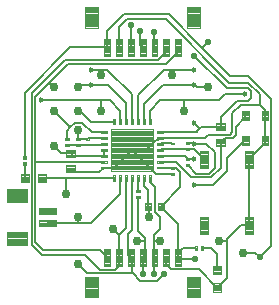
<source format=gbr>
G04 EAGLE Gerber RS-274X export*
G75*
%MOMM*%
%FSLAX34Y34*%
%LPD*%
%INTop Copper*%
%IPPOS*%
%AMOC8*
5,1,8,0,0,1.08239X$1,22.5*%
G01*
%ADD10C,0.102000*%
%ADD11C,0.096000*%
%ADD12C,0.102500*%
%ADD13C,0.108000*%
%ADD14C,0.100800*%
%ADD15C,0.105000*%
%ADD16C,0.104000*%
%ADD17C,0.099059*%
%ADD18C,0.762000*%
%ADD19C,0.152400*%
%ADD20C,0.454000*%
%ADD21C,0.554000*%


D10*
X36860Y62510D02*
X36860Y67490D01*
X51340Y67490D01*
X51340Y62510D01*
X36860Y62510D01*
X36860Y63479D02*
X51340Y63479D01*
X51340Y64448D02*
X36860Y64448D01*
X36860Y65417D02*
X51340Y65417D01*
X51340Y66386D02*
X36860Y66386D01*
X36860Y67355D02*
X51340Y67355D01*
X36860Y72510D02*
X36860Y77490D01*
X51340Y77490D01*
X51340Y72510D01*
X36860Y72510D01*
X36860Y73479D02*
X51340Y73479D01*
X51340Y74448D02*
X36860Y74448D01*
X36860Y75417D02*
X51340Y75417D01*
X51340Y76386D02*
X36860Y76386D01*
X36860Y77355D02*
X51340Y77355D01*
D11*
X10330Y57520D02*
X10330Y46480D01*
X10330Y57520D02*
X27370Y57520D01*
X27370Y46480D01*
X10330Y46480D01*
X10330Y47392D02*
X27370Y47392D01*
X27370Y48304D02*
X10330Y48304D01*
X10330Y49216D02*
X27370Y49216D01*
X27370Y50128D02*
X10330Y50128D01*
X10330Y51040D02*
X27370Y51040D01*
X27370Y51952D02*
X10330Y51952D01*
X10330Y52864D02*
X27370Y52864D01*
X27370Y53776D02*
X10330Y53776D01*
X10330Y54688D02*
X27370Y54688D01*
X27370Y55600D02*
X10330Y55600D01*
X10330Y56512D02*
X27370Y56512D01*
X27370Y57424D02*
X10330Y57424D01*
X10330Y82480D02*
X10330Y93520D01*
X27370Y93520D01*
X27370Y82480D01*
X10330Y82480D01*
X10330Y83392D02*
X27370Y83392D01*
X27370Y84304D02*
X10330Y84304D01*
X10330Y85216D02*
X27370Y85216D01*
X27370Y86128D02*
X10330Y86128D01*
X10330Y87040D02*
X27370Y87040D01*
X27370Y87952D02*
X10330Y87952D01*
X10330Y88864D02*
X27370Y88864D01*
X27370Y89776D02*
X10330Y89776D01*
X10330Y90688D02*
X27370Y90688D01*
X27370Y91600D02*
X10330Y91600D01*
X10330Y92512D02*
X27370Y92512D01*
X27370Y93424D02*
X10330Y93424D01*
D10*
X152510Y28860D02*
X157490Y28860D01*
X152510Y28860D02*
X152510Y43340D01*
X157490Y43340D01*
X157490Y28860D01*
X157490Y29829D02*
X152510Y29829D01*
X152510Y30798D02*
X157490Y30798D01*
X157490Y31767D02*
X152510Y31767D01*
X152510Y32736D02*
X157490Y32736D01*
X157490Y33705D02*
X152510Y33705D01*
X152510Y34674D02*
X157490Y34674D01*
X157490Y35643D02*
X152510Y35643D01*
X152510Y36612D02*
X157490Y36612D01*
X157490Y37581D02*
X152510Y37581D01*
X152510Y38550D02*
X157490Y38550D01*
X157490Y39519D02*
X152510Y39519D01*
X152510Y40488D02*
X157490Y40488D01*
X157490Y41457D02*
X152510Y41457D01*
X152510Y42426D02*
X157490Y42426D01*
X147490Y28860D02*
X142510Y28860D01*
X142510Y43340D01*
X147490Y43340D01*
X147490Y28860D01*
X147490Y29829D02*
X142510Y29829D01*
X142510Y30798D02*
X147490Y30798D01*
X147490Y31767D02*
X142510Y31767D01*
X142510Y32736D02*
X147490Y32736D01*
X147490Y33705D02*
X142510Y33705D01*
X142510Y34674D02*
X147490Y34674D01*
X147490Y35643D02*
X142510Y35643D01*
X142510Y36612D02*
X147490Y36612D01*
X147490Y37581D02*
X142510Y37581D01*
X142510Y38550D02*
X147490Y38550D01*
X147490Y39519D02*
X142510Y39519D01*
X142510Y40488D02*
X147490Y40488D01*
X147490Y41457D02*
X142510Y41457D01*
X142510Y42426D02*
X147490Y42426D01*
X137490Y28860D02*
X132510Y28860D01*
X132510Y43340D01*
X137490Y43340D01*
X137490Y28860D01*
X137490Y29829D02*
X132510Y29829D01*
X132510Y30798D02*
X137490Y30798D01*
X137490Y31767D02*
X132510Y31767D01*
X132510Y32736D02*
X137490Y32736D01*
X137490Y33705D02*
X132510Y33705D01*
X132510Y34674D02*
X137490Y34674D01*
X137490Y35643D02*
X132510Y35643D01*
X132510Y36612D02*
X137490Y36612D01*
X137490Y37581D02*
X132510Y37581D01*
X132510Y38550D02*
X137490Y38550D01*
X137490Y39519D02*
X132510Y39519D01*
X132510Y40488D02*
X137490Y40488D01*
X137490Y41457D02*
X132510Y41457D01*
X132510Y42426D02*
X137490Y42426D01*
X127490Y28860D02*
X122510Y28860D01*
X122510Y43340D01*
X127490Y43340D01*
X127490Y28860D01*
X127490Y29829D02*
X122510Y29829D01*
X122510Y30798D02*
X127490Y30798D01*
X127490Y31767D02*
X122510Y31767D01*
X122510Y32736D02*
X127490Y32736D01*
X127490Y33705D02*
X122510Y33705D01*
X122510Y34674D02*
X127490Y34674D01*
X127490Y35643D02*
X122510Y35643D01*
X122510Y36612D02*
X127490Y36612D01*
X127490Y37581D02*
X122510Y37581D01*
X122510Y38550D02*
X127490Y38550D01*
X127490Y39519D02*
X122510Y39519D01*
X122510Y40488D02*
X127490Y40488D01*
X127490Y41457D02*
X122510Y41457D01*
X122510Y42426D02*
X127490Y42426D01*
X117490Y28860D02*
X112510Y28860D01*
X112510Y43340D01*
X117490Y43340D01*
X117490Y28860D01*
X117490Y29829D02*
X112510Y29829D01*
X112510Y30798D02*
X117490Y30798D01*
X117490Y31767D02*
X112510Y31767D01*
X112510Y32736D02*
X117490Y32736D01*
X117490Y33705D02*
X112510Y33705D01*
X112510Y34674D02*
X117490Y34674D01*
X117490Y35643D02*
X112510Y35643D01*
X112510Y36612D02*
X117490Y36612D01*
X117490Y37581D02*
X112510Y37581D01*
X112510Y38550D02*
X117490Y38550D01*
X117490Y39519D02*
X112510Y39519D01*
X112510Y40488D02*
X117490Y40488D01*
X117490Y41457D02*
X112510Y41457D01*
X112510Y42426D02*
X117490Y42426D01*
X107490Y28860D02*
X102510Y28860D01*
X102510Y43340D01*
X107490Y43340D01*
X107490Y28860D01*
X107490Y29829D02*
X102510Y29829D01*
X102510Y30798D02*
X107490Y30798D01*
X107490Y31767D02*
X102510Y31767D01*
X102510Y32736D02*
X107490Y32736D01*
X107490Y33705D02*
X102510Y33705D01*
X102510Y34674D02*
X107490Y34674D01*
X107490Y35643D02*
X102510Y35643D01*
X102510Y36612D02*
X107490Y36612D01*
X107490Y37581D02*
X102510Y37581D01*
X102510Y38550D02*
X107490Y38550D01*
X107490Y39519D02*
X102510Y39519D01*
X102510Y40488D02*
X107490Y40488D01*
X107490Y41457D02*
X102510Y41457D01*
X102510Y42426D02*
X107490Y42426D01*
X97490Y28860D02*
X92510Y28860D01*
X92510Y43340D01*
X97490Y43340D01*
X97490Y28860D01*
X97490Y29829D02*
X92510Y29829D01*
X92510Y30798D02*
X97490Y30798D01*
X97490Y31767D02*
X92510Y31767D01*
X92510Y32736D02*
X97490Y32736D01*
X97490Y33705D02*
X92510Y33705D01*
X92510Y34674D02*
X97490Y34674D01*
X97490Y35643D02*
X92510Y35643D01*
X92510Y36612D02*
X97490Y36612D01*
X97490Y37581D02*
X92510Y37581D01*
X92510Y38550D02*
X97490Y38550D01*
X97490Y39519D02*
X92510Y39519D01*
X92510Y40488D02*
X97490Y40488D01*
X97490Y41457D02*
X92510Y41457D01*
X92510Y42426D02*
X97490Y42426D01*
D11*
X162480Y2330D02*
X173520Y2330D01*
X162480Y2330D02*
X162480Y19370D01*
X173520Y19370D01*
X173520Y2330D01*
X173520Y3242D02*
X162480Y3242D01*
X162480Y4154D02*
X173520Y4154D01*
X173520Y5066D02*
X162480Y5066D01*
X162480Y5978D02*
X173520Y5978D01*
X173520Y6890D02*
X162480Y6890D01*
X162480Y7802D02*
X173520Y7802D01*
X173520Y8714D02*
X162480Y8714D01*
X162480Y9626D02*
X173520Y9626D01*
X173520Y10538D02*
X162480Y10538D01*
X162480Y11450D02*
X173520Y11450D01*
X173520Y12362D02*
X162480Y12362D01*
X162480Y13274D02*
X173520Y13274D01*
X173520Y14186D02*
X162480Y14186D01*
X162480Y15098D02*
X173520Y15098D01*
X173520Y16010D02*
X162480Y16010D01*
X162480Y16922D02*
X173520Y16922D01*
X173520Y17834D02*
X162480Y17834D01*
X162480Y18746D02*
X173520Y18746D01*
X87520Y2330D02*
X76480Y2330D01*
X76480Y19370D01*
X87520Y19370D01*
X87520Y2330D01*
X87520Y3242D02*
X76480Y3242D01*
X76480Y4154D02*
X87520Y4154D01*
X87520Y5066D02*
X76480Y5066D01*
X76480Y5978D02*
X87520Y5978D01*
X87520Y6890D02*
X76480Y6890D01*
X76480Y7802D02*
X87520Y7802D01*
X87520Y8714D02*
X76480Y8714D01*
X76480Y9626D02*
X87520Y9626D01*
X87520Y10538D02*
X76480Y10538D01*
X76480Y11450D02*
X87520Y11450D01*
X87520Y12362D02*
X76480Y12362D01*
X76480Y13274D02*
X87520Y13274D01*
X87520Y14186D02*
X76480Y14186D01*
X76480Y15098D02*
X87520Y15098D01*
X87520Y16010D02*
X76480Y16010D01*
X76480Y16922D02*
X87520Y16922D01*
X87520Y17834D02*
X76480Y17834D01*
X76480Y18746D02*
X87520Y18746D01*
D10*
X92510Y221140D02*
X97490Y221140D01*
X97490Y206660D01*
X92510Y206660D01*
X92510Y221140D01*
X92510Y207629D02*
X97490Y207629D01*
X97490Y208598D02*
X92510Y208598D01*
X92510Y209567D02*
X97490Y209567D01*
X97490Y210536D02*
X92510Y210536D01*
X92510Y211505D02*
X97490Y211505D01*
X97490Y212474D02*
X92510Y212474D01*
X92510Y213443D02*
X97490Y213443D01*
X97490Y214412D02*
X92510Y214412D01*
X92510Y215381D02*
X97490Y215381D01*
X97490Y216350D02*
X92510Y216350D01*
X92510Y217319D02*
X97490Y217319D01*
X97490Y218288D02*
X92510Y218288D01*
X92510Y219257D02*
X97490Y219257D01*
X97490Y220226D02*
X92510Y220226D01*
X102510Y221140D02*
X107490Y221140D01*
X107490Y206660D01*
X102510Y206660D01*
X102510Y221140D01*
X102510Y207629D02*
X107490Y207629D01*
X107490Y208598D02*
X102510Y208598D01*
X102510Y209567D02*
X107490Y209567D01*
X107490Y210536D02*
X102510Y210536D01*
X102510Y211505D02*
X107490Y211505D01*
X107490Y212474D02*
X102510Y212474D01*
X102510Y213443D02*
X107490Y213443D01*
X107490Y214412D02*
X102510Y214412D01*
X102510Y215381D02*
X107490Y215381D01*
X107490Y216350D02*
X102510Y216350D01*
X102510Y217319D02*
X107490Y217319D01*
X107490Y218288D02*
X102510Y218288D01*
X102510Y219257D02*
X107490Y219257D01*
X107490Y220226D02*
X102510Y220226D01*
X112510Y221140D02*
X117490Y221140D01*
X117490Y206660D01*
X112510Y206660D01*
X112510Y221140D01*
X112510Y207629D02*
X117490Y207629D01*
X117490Y208598D02*
X112510Y208598D01*
X112510Y209567D02*
X117490Y209567D01*
X117490Y210536D02*
X112510Y210536D01*
X112510Y211505D02*
X117490Y211505D01*
X117490Y212474D02*
X112510Y212474D01*
X112510Y213443D02*
X117490Y213443D01*
X117490Y214412D02*
X112510Y214412D01*
X112510Y215381D02*
X117490Y215381D01*
X117490Y216350D02*
X112510Y216350D01*
X112510Y217319D02*
X117490Y217319D01*
X117490Y218288D02*
X112510Y218288D01*
X112510Y219257D02*
X117490Y219257D01*
X117490Y220226D02*
X112510Y220226D01*
X122510Y221140D02*
X127490Y221140D01*
X127490Y206660D01*
X122510Y206660D01*
X122510Y221140D01*
X122510Y207629D02*
X127490Y207629D01*
X127490Y208598D02*
X122510Y208598D01*
X122510Y209567D02*
X127490Y209567D01*
X127490Y210536D02*
X122510Y210536D01*
X122510Y211505D02*
X127490Y211505D01*
X127490Y212474D02*
X122510Y212474D01*
X122510Y213443D02*
X127490Y213443D01*
X127490Y214412D02*
X122510Y214412D01*
X122510Y215381D02*
X127490Y215381D01*
X127490Y216350D02*
X122510Y216350D01*
X122510Y217319D02*
X127490Y217319D01*
X127490Y218288D02*
X122510Y218288D01*
X122510Y219257D02*
X127490Y219257D01*
X127490Y220226D02*
X122510Y220226D01*
X132510Y221140D02*
X137490Y221140D01*
X137490Y206660D01*
X132510Y206660D01*
X132510Y221140D01*
X132510Y207629D02*
X137490Y207629D01*
X137490Y208598D02*
X132510Y208598D01*
X132510Y209567D02*
X137490Y209567D01*
X137490Y210536D02*
X132510Y210536D01*
X132510Y211505D02*
X137490Y211505D01*
X137490Y212474D02*
X132510Y212474D01*
X132510Y213443D02*
X137490Y213443D01*
X137490Y214412D02*
X132510Y214412D01*
X132510Y215381D02*
X137490Y215381D01*
X137490Y216350D02*
X132510Y216350D01*
X132510Y217319D02*
X137490Y217319D01*
X137490Y218288D02*
X132510Y218288D01*
X132510Y219257D02*
X137490Y219257D01*
X137490Y220226D02*
X132510Y220226D01*
X142510Y221140D02*
X147490Y221140D01*
X147490Y206660D01*
X142510Y206660D01*
X142510Y221140D01*
X142510Y207629D02*
X147490Y207629D01*
X147490Y208598D02*
X142510Y208598D01*
X142510Y209567D02*
X147490Y209567D01*
X147490Y210536D02*
X142510Y210536D01*
X142510Y211505D02*
X147490Y211505D01*
X147490Y212474D02*
X142510Y212474D01*
X142510Y213443D02*
X147490Y213443D01*
X147490Y214412D02*
X142510Y214412D01*
X142510Y215381D02*
X147490Y215381D01*
X147490Y216350D02*
X142510Y216350D01*
X142510Y217319D02*
X147490Y217319D01*
X147490Y218288D02*
X142510Y218288D01*
X142510Y219257D02*
X147490Y219257D01*
X147490Y220226D02*
X142510Y220226D01*
X152510Y221140D02*
X157490Y221140D01*
X157490Y206660D01*
X152510Y206660D01*
X152510Y221140D01*
X152510Y207629D02*
X157490Y207629D01*
X157490Y208598D02*
X152510Y208598D01*
X152510Y209567D02*
X157490Y209567D01*
X157490Y210536D02*
X152510Y210536D01*
X152510Y211505D02*
X157490Y211505D01*
X157490Y212474D02*
X152510Y212474D01*
X152510Y213443D02*
X157490Y213443D01*
X157490Y214412D02*
X152510Y214412D01*
X152510Y215381D02*
X157490Y215381D01*
X157490Y216350D02*
X152510Y216350D01*
X152510Y217319D02*
X157490Y217319D01*
X157490Y218288D02*
X152510Y218288D01*
X152510Y219257D02*
X157490Y219257D01*
X157490Y220226D02*
X152510Y220226D01*
D11*
X87520Y247670D02*
X76480Y247670D01*
X87520Y247670D02*
X87520Y230630D01*
X76480Y230630D01*
X76480Y247670D01*
X76480Y231542D02*
X87520Y231542D01*
X87520Y232454D02*
X76480Y232454D01*
X76480Y233366D02*
X87520Y233366D01*
X87520Y234278D02*
X76480Y234278D01*
X76480Y235190D02*
X87520Y235190D01*
X87520Y236102D02*
X76480Y236102D01*
X76480Y237014D02*
X87520Y237014D01*
X87520Y237926D02*
X76480Y237926D01*
X76480Y238838D02*
X87520Y238838D01*
X87520Y239750D02*
X76480Y239750D01*
X76480Y240662D02*
X87520Y240662D01*
X87520Y241574D02*
X76480Y241574D01*
X76480Y242486D02*
X87520Y242486D01*
X87520Y243398D02*
X76480Y243398D01*
X76480Y244310D02*
X87520Y244310D01*
X87520Y245222D02*
X76480Y245222D01*
X76480Y246134D02*
X87520Y246134D01*
X87520Y247046D02*
X76480Y247046D01*
X162480Y247670D02*
X173520Y247670D01*
X173520Y230630D01*
X162480Y230630D01*
X162480Y247670D01*
X162480Y231542D02*
X173520Y231542D01*
X173520Y232454D02*
X162480Y232454D01*
X162480Y233366D02*
X173520Y233366D01*
X173520Y234278D02*
X162480Y234278D01*
X162480Y235190D02*
X173520Y235190D01*
X173520Y236102D02*
X162480Y236102D01*
X162480Y237014D02*
X173520Y237014D01*
X173520Y237926D02*
X162480Y237926D01*
X162480Y238838D02*
X173520Y238838D01*
X173520Y239750D02*
X162480Y239750D01*
X162480Y240662D02*
X173520Y240662D01*
X173520Y241574D02*
X162480Y241574D01*
X162480Y242486D02*
X173520Y242486D01*
X173520Y243398D02*
X162480Y243398D01*
X162480Y244310D02*
X173520Y244310D01*
X173520Y245222D02*
X162480Y245222D01*
X162480Y246134D02*
X173520Y246134D01*
X173520Y247046D02*
X162480Y247046D01*
D12*
X131738Y153488D02*
X130262Y153488D01*
X131738Y153488D02*
X131738Y148512D01*
X130262Y148512D01*
X130262Y153488D01*
X130262Y149486D02*
X131738Y149486D01*
X131738Y150460D02*
X130262Y150460D01*
X130262Y151434D02*
X131738Y151434D01*
X131738Y152408D02*
X130262Y152408D01*
X130262Y153382D02*
X131738Y153382D01*
X126738Y153488D02*
X125262Y153488D01*
X126738Y153488D02*
X126738Y148512D01*
X125262Y148512D01*
X125262Y153488D01*
X125262Y149486D02*
X126738Y149486D01*
X126738Y150460D02*
X125262Y150460D01*
X125262Y151434D02*
X126738Y151434D01*
X126738Y152408D02*
X125262Y152408D01*
X125262Y153382D02*
X126738Y153382D01*
X121738Y153488D02*
X120262Y153488D01*
X121738Y153488D02*
X121738Y148512D01*
X120262Y148512D01*
X120262Y153488D01*
X120262Y149486D02*
X121738Y149486D01*
X121738Y150460D02*
X120262Y150460D01*
X120262Y151434D02*
X121738Y151434D01*
X121738Y152408D02*
X120262Y152408D01*
X120262Y153382D02*
X121738Y153382D01*
X116738Y153488D02*
X115262Y153488D01*
X116738Y153488D02*
X116738Y148512D01*
X115262Y148512D01*
X115262Y153488D01*
X115262Y149486D02*
X116738Y149486D01*
X116738Y150460D02*
X115262Y150460D01*
X115262Y151434D02*
X116738Y151434D01*
X116738Y152408D02*
X115262Y152408D01*
X115262Y153382D02*
X116738Y153382D01*
X111738Y153488D02*
X110262Y153488D01*
X111738Y153488D02*
X111738Y148512D01*
X110262Y148512D01*
X110262Y153488D01*
X110262Y149486D02*
X111738Y149486D01*
X111738Y150460D02*
X110262Y150460D01*
X110262Y151434D02*
X111738Y151434D01*
X111738Y152408D02*
X110262Y152408D01*
X110262Y153382D02*
X111738Y153382D01*
X106738Y153488D02*
X105262Y153488D01*
X106738Y153488D02*
X106738Y148512D01*
X105262Y148512D01*
X105262Y153488D01*
X105262Y149486D02*
X106738Y149486D01*
X106738Y150460D02*
X105262Y150460D01*
X105262Y151434D02*
X106738Y151434D01*
X106738Y152408D02*
X105262Y152408D01*
X105262Y153382D02*
X106738Y153382D01*
X101738Y153488D02*
X100262Y153488D01*
X101738Y153488D02*
X101738Y148512D01*
X100262Y148512D01*
X100262Y153488D01*
X100262Y149486D02*
X101738Y149486D01*
X101738Y150460D02*
X100262Y150460D01*
X100262Y151434D02*
X101738Y151434D01*
X101738Y152408D02*
X100262Y152408D01*
X100262Y153382D02*
X101738Y153382D01*
X94488Y142738D02*
X94488Y141262D01*
X89512Y141262D01*
X89512Y142738D01*
X94488Y142738D01*
X94488Y142236D02*
X89512Y142236D01*
X94488Y137738D02*
X94488Y136262D01*
X89512Y136262D01*
X89512Y137738D01*
X94488Y137738D01*
X94488Y137236D02*
X89512Y137236D01*
X94488Y132738D02*
X94488Y131262D01*
X89512Y131262D01*
X89512Y132738D01*
X94488Y132738D01*
X94488Y132236D02*
X89512Y132236D01*
X94488Y127738D02*
X94488Y126262D01*
X89512Y126262D01*
X89512Y127738D01*
X94488Y127738D01*
X94488Y127236D02*
X89512Y127236D01*
X94488Y122738D02*
X94488Y121262D01*
X89512Y121262D01*
X89512Y122738D01*
X94488Y122738D01*
X94488Y122236D02*
X89512Y122236D01*
X94488Y117738D02*
X94488Y116262D01*
X89512Y116262D01*
X89512Y117738D01*
X94488Y117738D01*
X94488Y117236D02*
X89512Y117236D01*
X94488Y112738D02*
X94488Y111262D01*
X89512Y111262D01*
X89512Y112738D01*
X94488Y112738D01*
X94488Y112236D02*
X89512Y112236D01*
X100262Y105488D02*
X101738Y105488D01*
X101738Y100512D01*
X100262Y100512D01*
X100262Y105488D01*
X100262Y101486D02*
X101738Y101486D01*
X101738Y102460D02*
X100262Y102460D01*
X100262Y103434D02*
X101738Y103434D01*
X101738Y104408D02*
X100262Y104408D01*
X100262Y105382D02*
X101738Y105382D01*
X105262Y105488D02*
X106738Y105488D01*
X106738Y100512D01*
X105262Y100512D01*
X105262Y105488D01*
X105262Y101486D02*
X106738Y101486D01*
X106738Y102460D02*
X105262Y102460D01*
X105262Y103434D02*
X106738Y103434D01*
X106738Y104408D02*
X105262Y104408D01*
X105262Y105382D02*
X106738Y105382D01*
X110262Y105488D02*
X111738Y105488D01*
X111738Y100512D01*
X110262Y100512D01*
X110262Y105488D01*
X110262Y101486D02*
X111738Y101486D01*
X111738Y102460D02*
X110262Y102460D01*
X110262Y103434D02*
X111738Y103434D01*
X111738Y104408D02*
X110262Y104408D01*
X110262Y105382D02*
X111738Y105382D01*
X115262Y105488D02*
X116738Y105488D01*
X116738Y100512D01*
X115262Y100512D01*
X115262Y105488D01*
X115262Y101486D02*
X116738Y101486D01*
X116738Y102460D02*
X115262Y102460D01*
X115262Y103434D02*
X116738Y103434D01*
X116738Y104408D02*
X115262Y104408D01*
X115262Y105382D02*
X116738Y105382D01*
X120262Y105488D02*
X121738Y105488D01*
X121738Y100512D01*
X120262Y100512D01*
X120262Y105488D01*
X120262Y101486D02*
X121738Y101486D01*
X121738Y102460D02*
X120262Y102460D01*
X120262Y103434D02*
X121738Y103434D01*
X121738Y104408D02*
X120262Y104408D01*
X120262Y105382D02*
X121738Y105382D01*
X125262Y105488D02*
X126738Y105488D01*
X126738Y100512D01*
X125262Y100512D01*
X125262Y105488D01*
X125262Y101486D02*
X126738Y101486D01*
X126738Y102460D02*
X125262Y102460D01*
X125262Y103434D02*
X126738Y103434D01*
X126738Y104408D02*
X125262Y104408D01*
X125262Y105382D02*
X126738Y105382D01*
X130262Y105488D02*
X131738Y105488D01*
X131738Y100512D01*
X130262Y100512D01*
X130262Y105488D01*
X130262Y101486D02*
X131738Y101486D01*
X131738Y102460D02*
X130262Y102460D01*
X130262Y103434D02*
X131738Y103434D01*
X131738Y104408D02*
X130262Y104408D01*
X130262Y105382D02*
X131738Y105382D01*
X142488Y111262D02*
X142488Y112738D01*
X142488Y111262D02*
X137512Y111262D01*
X137512Y112738D01*
X142488Y112738D01*
X142488Y112236D02*
X137512Y112236D01*
X142488Y116262D02*
X142488Y117738D01*
X142488Y116262D02*
X137512Y116262D01*
X137512Y117738D01*
X142488Y117738D01*
X142488Y117236D02*
X137512Y117236D01*
X142488Y121262D02*
X142488Y122738D01*
X142488Y121262D02*
X137512Y121262D01*
X137512Y122738D01*
X142488Y122738D01*
X142488Y122236D02*
X137512Y122236D01*
X142488Y126262D02*
X142488Y127738D01*
X142488Y126262D02*
X137512Y126262D01*
X137512Y127738D01*
X142488Y127738D01*
X142488Y127236D02*
X137512Y127236D01*
X142488Y131262D02*
X142488Y132738D01*
X142488Y131262D02*
X137512Y131262D01*
X137512Y132738D01*
X142488Y132738D01*
X142488Y132236D02*
X137512Y132236D01*
X142488Y136262D02*
X142488Y137738D01*
X142488Y136262D02*
X137512Y136262D01*
X137512Y137738D01*
X142488Y137738D01*
X142488Y137236D02*
X137512Y137236D01*
X142488Y141262D02*
X142488Y142738D01*
X142488Y141262D02*
X137512Y141262D01*
X137512Y142738D01*
X142488Y142738D01*
X142488Y142236D02*
X137512Y142236D01*
D13*
X98540Y144460D02*
X98540Y109540D01*
X98540Y144460D02*
X133460Y144460D01*
X133460Y109540D01*
X98540Y109540D01*
X98540Y110566D02*
X133460Y110566D01*
X133460Y111592D02*
X98540Y111592D01*
X98540Y112618D02*
X133460Y112618D01*
X133460Y113644D02*
X98540Y113644D01*
X98540Y114670D02*
X133460Y114670D01*
X133460Y115696D02*
X98540Y115696D01*
X98540Y116722D02*
X133460Y116722D01*
X133460Y117748D02*
X98540Y117748D01*
X98540Y118774D02*
X133460Y118774D01*
X133460Y119800D02*
X98540Y119800D01*
X98540Y120826D02*
X133460Y120826D01*
X133460Y121852D02*
X98540Y121852D01*
X98540Y122878D02*
X133460Y122878D01*
X133460Y123904D02*
X98540Y123904D01*
X98540Y124930D02*
X133460Y124930D01*
X133460Y125956D02*
X98540Y125956D01*
X98540Y126982D02*
X133460Y126982D01*
X133460Y128008D02*
X98540Y128008D01*
X98540Y129034D02*
X133460Y129034D01*
X133460Y130060D02*
X98540Y130060D01*
X98540Y131086D02*
X133460Y131086D01*
X133460Y132112D02*
X98540Y132112D01*
X98540Y133138D02*
X133460Y133138D01*
X133460Y134164D02*
X98540Y134164D01*
X98540Y135190D02*
X133460Y135190D01*
X133460Y136216D02*
X98540Y136216D01*
X98540Y137242D02*
X133460Y137242D01*
X133460Y138268D02*
X98540Y138268D01*
X98540Y139294D02*
X133460Y139294D01*
X133460Y140320D02*
X98540Y140320D01*
X98540Y141346D02*
X133460Y141346D01*
X133460Y142372D02*
X98540Y142372D01*
X98540Y143398D02*
X133460Y143398D01*
X133460Y144424D02*
X98540Y144424D01*
D14*
X119354Y93446D02*
X119354Y91654D01*
X119354Y93446D02*
X122646Y93446D01*
X122646Y91654D01*
X119354Y91654D01*
X119354Y92612D02*
X122646Y92612D01*
X119354Y88346D02*
X119354Y86554D01*
X119354Y88346D02*
X122646Y88346D01*
X122646Y86554D01*
X119354Y86554D01*
X119354Y87512D02*
X122646Y87512D01*
D12*
X164238Y113762D02*
X164238Y115238D01*
X164238Y113762D02*
X161762Y113762D01*
X161762Y115238D01*
X164238Y115238D01*
X164238Y114736D02*
X161762Y114736D01*
X164238Y118762D02*
X164238Y120238D01*
X164238Y118762D02*
X161762Y118762D01*
X161762Y120238D01*
X164238Y120238D01*
X164238Y119736D02*
X161762Y119736D01*
D15*
X187025Y143525D02*
X187025Y149475D01*
X194975Y149475D01*
X194975Y143525D01*
X187025Y143525D01*
X187025Y144522D02*
X194975Y144522D01*
X194975Y145519D02*
X187025Y145519D01*
X187025Y146516D02*
X194975Y146516D01*
X194975Y147513D02*
X187025Y147513D01*
X187025Y148510D02*
X194975Y148510D01*
X187025Y136475D02*
X187025Y130525D01*
X187025Y136475D02*
X194975Y136475D01*
X194975Y130525D01*
X187025Y130525D01*
X187025Y131522D02*
X194975Y131522D01*
X194975Y132519D02*
X187025Y132519D01*
X187025Y133516D02*
X194975Y133516D01*
X194975Y134513D02*
X187025Y134513D01*
X187025Y135510D02*
X194975Y135510D01*
D14*
X26646Y116346D02*
X26646Y114554D01*
X23354Y114554D01*
X23354Y116346D01*
X26646Y116346D01*
X26646Y115512D02*
X23354Y115512D01*
X26646Y119654D02*
X26646Y121446D01*
X26646Y119654D02*
X23354Y119654D01*
X23354Y121446D01*
X26646Y121446D01*
X26646Y120612D02*
X23354Y120612D01*
D10*
X127010Y76010D02*
X131990Y76010D01*
X127010Y76010D02*
X127010Y81990D01*
X131990Y81990D01*
X131990Y76010D01*
X131990Y76979D02*
X127010Y76979D01*
X127010Y77948D02*
X131990Y77948D01*
X131990Y78917D02*
X127010Y78917D01*
X127010Y79886D02*
X131990Y79886D01*
X131990Y80855D02*
X127010Y80855D01*
X127010Y81824D02*
X131990Y81824D01*
X138010Y76010D02*
X142990Y76010D01*
X138010Y76010D02*
X138010Y81990D01*
X142990Y81990D01*
X142990Y76010D01*
X142990Y76979D02*
X138010Y76979D01*
X138010Y77948D02*
X142990Y77948D01*
X142990Y78917D02*
X138010Y78917D01*
X138010Y79886D02*
X142990Y79886D01*
X142990Y80855D02*
X138010Y80855D01*
X138010Y81824D02*
X142990Y81824D01*
D14*
X59354Y135654D02*
X59354Y137446D01*
X62646Y137446D01*
X62646Y135654D01*
X59354Y135654D01*
X59354Y136612D02*
X62646Y136612D01*
X59354Y132346D02*
X59354Y130554D01*
X59354Y132346D02*
X62646Y132346D01*
X62646Y130554D01*
X59354Y130554D01*
X59354Y131512D02*
X62646Y131512D01*
X68354Y135654D02*
X68354Y137446D01*
X71646Y137446D01*
X71646Y135654D01*
X68354Y135654D01*
X68354Y136612D02*
X71646Y136612D01*
X68354Y132346D02*
X68354Y130554D01*
X68354Y132346D02*
X71646Y132346D01*
X71646Y130554D01*
X68354Y130554D01*
X68354Y131512D02*
X71646Y131512D01*
D15*
X60025Y126975D02*
X60025Y121025D01*
X60025Y126975D02*
X67975Y126975D01*
X67975Y121025D01*
X60025Y121025D01*
X60025Y122022D02*
X67975Y122022D01*
X67975Y123019D02*
X60025Y123019D01*
X60025Y124016D02*
X67975Y124016D01*
X67975Y125013D02*
X60025Y125013D01*
X60025Y126010D02*
X67975Y126010D01*
X60025Y113975D02*
X60025Y108025D01*
X60025Y113975D02*
X67975Y113975D01*
X67975Y108025D01*
X60025Y108025D01*
X60025Y109022D02*
X67975Y109022D01*
X67975Y110019D02*
X60025Y110019D01*
X60025Y111016D02*
X67975Y111016D01*
X67975Y112013D02*
X60025Y112013D01*
X60025Y113010D02*
X67975Y113010D01*
D12*
X168762Y141762D02*
X168762Y143238D01*
X171238Y143238D01*
X171238Y141762D01*
X168762Y141762D01*
X168762Y142736D02*
X171238Y142736D01*
X168762Y138238D02*
X168762Y136762D01*
X168762Y138238D02*
X171238Y138238D01*
X171238Y136762D01*
X168762Y136762D01*
X168762Y137736D02*
X171238Y137736D01*
X79238Y132238D02*
X79238Y130762D01*
X76762Y130762D01*
X76762Y132238D01*
X79238Y132238D01*
X79238Y131736D02*
X76762Y131736D01*
X79238Y135762D02*
X79238Y137238D01*
X79238Y135762D02*
X76762Y135762D01*
X76762Y137238D01*
X79238Y137238D01*
X79238Y136736D02*
X76762Y136736D01*
D16*
X28580Y106480D02*
X28580Y99520D01*
X21620Y99520D01*
X21620Y106480D01*
X28580Y106480D01*
X28580Y100508D02*
X21620Y100508D01*
X21620Y101496D02*
X28580Y101496D01*
X28580Y102484D02*
X21620Y102484D01*
X21620Y103472D02*
X28580Y103472D01*
X28580Y104460D02*
X21620Y104460D01*
X21620Y105448D02*
X28580Y105448D01*
X28580Y106436D02*
X21620Y106436D01*
X43580Y106480D02*
X43580Y99520D01*
X36620Y99520D01*
X36620Y106480D01*
X43580Y106480D01*
X43580Y100508D02*
X36620Y100508D01*
X36620Y101496D02*
X43580Y101496D01*
X43580Y102484D02*
X36620Y102484D01*
X36620Y103472D02*
X43580Y103472D01*
X43580Y104460D02*
X36620Y104460D01*
X36620Y105448D02*
X43580Y105448D01*
X43580Y106436D02*
X36620Y106436D01*
D12*
X158762Y141762D02*
X158762Y143238D01*
X161238Y143238D01*
X161238Y141762D01*
X158762Y141762D01*
X158762Y142736D02*
X161238Y142736D01*
X158762Y138238D02*
X158762Y136762D01*
X158762Y138238D02*
X161238Y138238D01*
X161238Y136762D01*
X158762Y136762D01*
X158762Y137736D02*
X161238Y137736D01*
X148762Y112238D02*
X148762Y110762D01*
X148762Y112238D02*
X151238Y112238D01*
X151238Y110762D01*
X148762Y110762D01*
X148762Y111736D02*
X151238Y111736D01*
X148762Y107238D02*
X148762Y105762D01*
X148762Y107238D02*
X151238Y107238D01*
X151238Y105762D01*
X148762Y105762D01*
X148762Y106736D02*
X151238Y106736D01*
X151238Y131762D02*
X151238Y133238D01*
X151238Y131762D02*
X148762Y131762D01*
X148762Y133238D01*
X151238Y133238D01*
X151238Y132736D02*
X148762Y132736D01*
X151238Y136762D02*
X151238Y138238D01*
X151238Y136762D02*
X148762Y136762D01*
X148762Y138238D01*
X151238Y138238D01*
X151238Y137736D02*
X148762Y137736D01*
D17*
X173435Y70185D02*
X180065Y70185D01*
X180065Y55935D01*
X173435Y55935D01*
X173435Y70185D01*
X173435Y56876D02*
X180065Y56876D01*
X180065Y57817D02*
X173435Y57817D01*
X173435Y58758D02*
X180065Y58758D01*
X180065Y59699D02*
X173435Y59699D01*
X173435Y60640D02*
X180065Y60640D01*
X180065Y61581D02*
X173435Y61581D01*
X173435Y62522D02*
X180065Y62522D01*
X180065Y63463D02*
X173435Y63463D01*
X173435Y64404D02*
X180065Y64404D01*
X180065Y65345D02*
X173435Y65345D01*
X173435Y66286D02*
X180065Y66286D01*
X180065Y67227D02*
X173435Y67227D01*
X173435Y68168D02*
X180065Y68168D01*
X180065Y69109D02*
X173435Y69109D01*
X173435Y70050D02*
X180065Y70050D01*
X180065Y126065D02*
X173435Y126065D01*
X180065Y126065D02*
X180065Y111815D01*
X173435Y111815D01*
X173435Y126065D01*
X173435Y112756D02*
X180065Y112756D01*
X180065Y113697D02*
X173435Y113697D01*
X173435Y114638D02*
X180065Y114638D01*
X180065Y115579D02*
X173435Y115579D01*
X173435Y116520D02*
X180065Y116520D01*
X180065Y117461D02*
X173435Y117461D01*
X173435Y118402D02*
X180065Y118402D01*
X180065Y119343D02*
X173435Y119343D01*
X173435Y120284D02*
X180065Y120284D01*
X180065Y121225D02*
X173435Y121225D01*
X173435Y122166D02*
X180065Y122166D01*
X180065Y123107D02*
X173435Y123107D01*
X173435Y124048D02*
X180065Y124048D01*
X180065Y124989D02*
X173435Y124989D01*
X173435Y125930D02*
X180065Y125930D01*
X211535Y70185D02*
X218165Y70185D01*
X218165Y55935D01*
X211535Y55935D01*
X211535Y70185D01*
X211535Y56876D02*
X218165Y56876D01*
X218165Y57817D02*
X211535Y57817D01*
X211535Y58758D02*
X218165Y58758D01*
X218165Y59699D02*
X211535Y59699D01*
X211535Y60640D02*
X218165Y60640D01*
X218165Y61581D02*
X211535Y61581D01*
X211535Y62522D02*
X218165Y62522D01*
X218165Y63463D02*
X211535Y63463D01*
X211535Y64404D02*
X218165Y64404D01*
X218165Y65345D02*
X211535Y65345D01*
X211535Y66286D02*
X218165Y66286D01*
X218165Y67227D02*
X211535Y67227D01*
X211535Y68168D02*
X218165Y68168D01*
X218165Y69109D02*
X211535Y69109D01*
X211535Y70050D02*
X218165Y70050D01*
X218165Y126065D02*
X211535Y126065D01*
X218165Y126065D02*
X218165Y111815D01*
X211535Y111815D01*
X211535Y126065D01*
X211535Y112756D02*
X218165Y112756D01*
X218165Y113697D02*
X211535Y113697D01*
X211535Y114638D02*
X218165Y114638D01*
X218165Y115579D02*
X211535Y115579D01*
X211535Y116520D02*
X218165Y116520D01*
X218165Y117461D02*
X211535Y117461D01*
X211535Y118402D02*
X218165Y118402D01*
X218165Y119343D02*
X211535Y119343D01*
X211535Y120284D02*
X218165Y120284D01*
X218165Y121225D02*
X211535Y121225D01*
X211535Y122166D02*
X218165Y122166D01*
X218165Y123107D02*
X211535Y123107D01*
X211535Y124048D02*
X218165Y124048D01*
X218165Y124989D02*
X211535Y124989D01*
X211535Y125930D02*
X218165Y125930D01*
D14*
X164646Y126554D02*
X164646Y128346D01*
X164646Y126554D02*
X161354Y126554D01*
X161354Y128346D01*
X164646Y128346D01*
X164646Y127512D02*
X161354Y127512D01*
X164646Y131654D02*
X164646Y133446D01*
X164646Y131654D02*
X161354Y131654D01*
X161354Y133446D01*
X164646Y133446D01*
X164646Y132612D02*
X161354Y132612D01*
D16*
X231180Y131220D02*
X231180Y139180D01*
X231180Y131220D02*
X225720Y131220D01*
X225720Y139180D01*
X231180Y139180D01*
X231180Y132208D02*
X225720Y132208D01*
X225720Y133196D02*
X231180Y133196D01*
X231180Y134184D02*
X225720Y134184D01*
X225720Y135172D02*
X231180Y135172D01*
X231180Y136160D02*
X225720Y136160D01*
X225720Y137148D02*
X231180Y137148D01*
X231180Y138136D02*
X225720Y138136D01*
X225720Y139124D02*
X231180Y139124D01*
X231180Y152220D02*
X231180Y160180D01*
X231180Y152220D02*
X225720Y152220D01*
X225720Y160180D01*
X231180Y160180D01*
X231180Y153208D02*
X225720Y153208D01*
X225720Y154196D02*
X231180Y154196D01*
X231180Y155184D02*
X225720Y155184D01*
X225720Y156172D02*
X231180Y156172D01*
X231180Y157160D02*
X225720Y157160D01*
X225720Y158148D02*
X231180Y158148D01*
X231180Y159136D02*
X225720Y159136D01*
X225720Y160124D02*
X231180Y160124D01*
X209220Y160180D02*
X209220Y152220D01*
X209220Y160180D02*
X214680Y160180D01*
X214680Y152220D01*
X209220Y152220D01*
X209220Y153208D02*
X214680Y153208D01*
X214680Y154196D02*
X209220Y154196D01*
X209220Y155184D02*
X214680Y155184D01*
X214680Y156172D02*
X209220Y156172D01*
X209220Y157160D02*
X214680Y157160D01*
X214680Y158148D02*
X209220Y158148D01*
X209220Y159136D02*
X214680Y159136D01*
X214680Y160124D02*
X209220Y160124D01*
X209220Y139180D02*
X209220Y131220D01*
X209220Y139180D02*
X214680Y139180D01*
X214680Y131220D01*
X209220Y131220D01*
X209220Y132208D02*
X214680Y132208D01*
X214680Y133196D02*
X209220Y133196D01*
X209220Y134184D02*
X214680Y134184D01*
X214680Y135172D02*
X209220Y135172D01*
X209220Y136160D02*
X214680Y136160D01*
X214680Y137148D02*
X209220Y137148D01*
X209220Y138136D02*
X214680Y138136D01*
X214680Y139124D02*
X209220Y139124D01*
D14*
X171346Y42354D02*
X169554Y42354D01*
X169554Y45646D01*
X171346Y45646D01*
X171346Y42354D01*
X171346Y43312D02*
X169554Y43312D01*
X169554Y44270D02*
X171346Y44270D01*
X171346Y45228D02*
X169554Y45228D01*
X174654Y42354D02*
X176446Y42354D01*
X174654Y42354D02*
X174654Y45646D01*
X176446Y45646D01*
X176446Y42354D01*
X176446Y43312D02*
X174654Y43312D01*
X174654Y44270D02*
X176446Y44270D01*
X176446Y45228D02*
X174654Y45228D01*
D16*
X184520Y22020D02*
X191480Y22020D01*
X184520Y22020D02*
X184520Y28980D01*
X191480Y28980D01*
X191480Y22020D01*
X191480Y23008D02*
X184520Y23008D01*
X184520Y23996D02*
X191480Y23996D01*
X191480Y24984D02*
X184520Y24984D01*
X184520Y25972D02*
X191480Y25972D01*
X191480Y26960D02*
X184520Y26960D01*
X184520Y27948D02*
X191480Y27948D01*
X191480Y28936D02*
X184520Y28936D01*
X184520Y7020D02*
X191480Y7020D01*
X184520Y7020D02*
X184520Y13980D01*
X191480Y13980D01*
X191480Y7020D01*
X191480Y8008D02*
X184520Y8008D01*
X184520Y8996D02*
X191480Y8996D01*
X191480Y9984D02*
X184520Y9984D01*
X184520Y10972D02*
X191480Y10972D01*
X191480Y11960D02*
X184520Y11960D01*
X184520Y12948D02*
X191480Y12948D01*
X191480Y13936D02*
X184520Y13936D01*
D18*
X130000Y70000D03*
X60000Y90000D03*
X210000Y40000D03*
X190000Y50000D03*
X100000Y60000D03*
X120000Y50000D03*
X70000Y30000D03*
X50000Y180000D03*
X140000Y50000D03*
X70000Y70000D03*
X70000Y160000D03*
X50000Y160000D03*
X90000Y160000D03*
X70000Y180000D03*
X90000Y190000D03*
X150000Y190000D03*
X180000Y180000D03*
X160000Y160000D03*
X70000Y144000D03*
X50000Y130000D03*
D19*
X141876Y182000D02*
X168800Y182000D01*
D20*
X168800Y182000D03*
D19*
X126000Y166124D02*
X126000Y151000D01*
X126000Y166124D02*
X141876Y182000D01*
X168800Y182000D02*
X170800Y180000D01*
X180000Y180000D01*
D20*
X81300Y195000D03*
D19*
X116000Y152800D02*
X116000Y151000D01*
X116000Y174000D01*
X95000Y195000D02*
X90000Y195000D01*
X81300Y195000D01*
X95000Y195000D02*
X116000Y174000D01*
X90000Y190000D02*
X90000Y195000D01*
X106000Y160000D02*
X106000Y151000D01*
X106000Y160000D02*
X97000Y169000D01*
D20*
X38800Y169000D03*
D19*
X90000Y169000D01*
X97000Y169000D01*
X90000Y169000D02*
X90000Y160000D01*
X106000Y103000D02*
X106000Y90000D01*
X81000Y65000D02*
X70000Y65000D01*
X53000Y65000D01*
X44100Y65000D01*
X81000Y65000D02*
X106000Y90000D01*
X70000Y70000D02*
X70000Y65000D01*
X121000Y58000D02*
X121000Y87450D01*
X121000Y58000D02*
X127000Y52000D01*
X127000Y50000D01*
X127000Y38100D01*
X125000Y36100D01*
D21*
X125000Y22000D03*
X123000Y228000D03*
D19*
X123000Y215900D01*
X125000Y213900D01*
X125000Y36100D02*
X125000Y22000D01*
X127000Y50000D02*
X120000Y50000D01*
X116000Y59100D02*
X116000Y103000D01*
X116000Y59100D02*
X113000Y56100D01*
X113000Y38100D01*
X115000Y36100D01*
X116000Y35100D01*
X116000Y23000D02*
X116476Y22524D01*
X123000Y16000D01*
X137000Y16000D01*
X143000Y22000D01*
D21*
X143000Y22000D03*
X135000Y227000D03*
D19*
X135000Y213900D01*
X116000Y35100D02*
X116000Y23000D01*
X70049Y30000D02*
X70000Y30000D01*
X70049Y30000D02*
X77525Y22524D01*
X116476Y22524D01*
X142876Y195000D02*
X150000Y195000D01*
D20*
X168800Y195000D03*
D19*
X150000Y195000D01*
X121000Y173124D02*
X121000Y151000D01*
X121000Y173124D02*
X142876Y195000D01*
X150000Y195000D02*
X150000Y190000D01*
D20*
X81300Y182000D03*
D19*
X96000Y182000D01*
X111000Y167000D01*
X111000Y151000D01*
X72000Y182000D02*
X70000Y180000D01*
X72000Y182000D02*
X81300Y182000D01*
X137724Y203000D02*
X145000Y210276D01*
X145000Y213900D01*
X31206Y175157D02*
X31206Y46581D01*
X31206Y175157D02*
X59049Y203000D01*
X137724Y203000D01*
X105000Y28636D02*
X101682Y25318D01*
X105000Y28636D02*
X105000Y36100D01*
X101682Y25318D02*
X88682Y25318D01*
X75794Y38206D02*
X39581Y38206D01*
X31206Y46581D01*
X75794Y38206D02*
X88682Y25318D01*
X105000Y36100D02*
X105000Y55000D01*
X100000Y60000D01*
X105000Y55000D02*
X111000Y61000D01*
X111000Y103000D01*
X131000Y160000D02*
X140000Y169000D01*
X131000Y160000D02*
X131000Y151000D01*
D20*
X211300Y174000D03*
D19*
X195000Y174000D02*
X190000Y169000D01*
X195000Y174000D02*
X211300Y174000D01*
X160000Y169000D02*
X140000Y169000D01*
X160000Y169000D02*
X190000Y169000D01*
X160000Y169000D02*
X160000Y160000D01*
X140500Y142500D02*
X140000Y142000D01*
X140500Y142500D02*
X160000Y142500D01*
X149500Y112000D02*
X140000Y112000D01*
X149500Y112000D02*
X150000Y111500D01*
X160000Y142500D02*
X170000Y142500D01*
X173250Y145750D01*
X174000Y146500D01*
X191000Y146500D01*
X140500Y79000D02*
X155000Y64500D01*
X153500Y111500D02*
X150000Y111500D01*
X153500Y111500D02*
X157000Y108000D01*
X157000Y95500D01*
X140500Y79000D01*
X170500Y107000D02*
X163000Y114500D01*
X181000Y107000D02*
X186000Y112000D01*
X186000Y124874D01*
X181000Y107000D02*
X170500Y107000D01*
X95000Y228000D02*
X109000Y242000D01*
X147000Y242000D01*
X199206Y189794D02*
X214157Y189794D01*
X234000Y169951D01*
X234000Y46000D01*
X224000Y36000D01*
X175500Y213500D02*
X147000Y242000D01*
X175500Y213500D02*
X199206Y189794D01*
X170450Y44000D02*
X159000Y44000D01*
D21*
X224000Y36000D03*
X169000Y35000D03*
D19*
X25000Y120550D02*
X25000Y175000D01*
X63900Y213900D01*
X175500Y213500D02*
X180000Y218000D01*
D21*
X180000Y218000D03*
X168866Y206866D03*
D19*
X214082Y179302D02*
X216602Y176782D01*
X216602Y171218D01*
X214082Y168698D01*
X196431Y179302D02*
X168866Y206866D01*
X204747Y168698D02*
X191000Y154951D01*
X191000Y146500D01*
X196431Y179302D02*
X214082Y179302D01*
X214082Y168698D02*
X204747Y168698D01*
X210000Y40000D02*
X220000Y40000D01*
X224000Y36000D01*
D20*
X168800Y132000D03*
X168800Y150000D03*
D19*
X168250Y132550D02*
X163000Y132550D01*
X168250Y132550D02*
X168800Y132000D01*
X178874Y132000D01*
X186000Y124874D01*
X173050Y145750D02*
X168800Y150000D01*
X173050Y145750D02*
X173250Y145750D01*
X95000Y213900D02*
X63900Y213900D01*
X95000Y213900D02*
X95000Y228000D01*
X156100Y35000D02*
X169000Y35000D01*
X156100Y35000D02*
X155000Y36100D01*
X155000Y40000D01*
X159000Y44000D01*
X155000Y36100D02*
X155000Y64500D01*
X101000Y103000D02*
X60000Y103000D01*
X40100Y103000D01*
X60000Y103000D02*
X60000Y90000D01*
X121000Y92550D02*
X121000Y103000D01*
X126000Y103000D02*
X126000Y96500D01*
X129500Y93000D02*
X129500Y79000D01*
X129500Y93000D02*
X126000Y96500D01*
X130000Y78500D02*
X130000Y70000D01*
X130000Y78500D02*
X129500Y79000D01*
X166000Y104000D02*
X183000Y104000D01*
X166000Y104000D02*
X153000Y117000D01*
X140000Y117000D01*
X191000Y112000D02*
X191000Y133500D01*
X191000Y112000D02*
X183000Y104000D01*
X211950Y154450D02*
X211950Y156200D01*
X194706Y137206D02*
X191000Y133500D01*
X203794Y146294D02*
X211950Y154450D01*
X201157Y137206D02*
X194706Y137206D01*
X201157Y137206D02*
X203794Y139843D01*
X203794Y146294D01*
X163000Y119500D02*
X160500Y122000D01*
X140000Y122000D01*
D20*
X168800Y119000D03*
X168800Y97000D03*
D19*
X184951Y97000D02*
X196794Y108843D01*
X196794Y120188D01*
X168800Y119000D02*
X163500Y119000D01*
X163000Y119500D01*
X211806Y135200D02*
X211950Y135200D01*
X211806Y135200D02*
X196794Y120188D01*
X184951Y97000D02*
X168800Y97000D01*
X131000Y100000D02*
X131000Y103000D01*
X135000Y36100D02*
X135000Y22000D01*
D21*
X135000Y22000D03*
X115000Y233000D03*
D19*
X115000Y213900D01*
X135468Y74658D02*
X140000Y70126D01*
X135468Y74658D02*
X135468Y95532D01*
X131000Y100000D01*
X135000Y50000D02*
X135000Y36100D01*
X135000Y50000D02*
X135000Y55000D01*
X140000Y60000D01*
X140000Y70126D01*
X140000Y50000D02*
X135000Y50000D01*
X101000Y151000D02*
X81000Y151000D01*
X72000Y160000D02*
X70000Y160000D01*
X72000Y160000D02*
X81000Y151000D01*
X78500Y137000D02*
X78000Y136500D01*
X78500Y137000D02*
X92000Y137000D01*
X70000Y136550D02*
X70000Y144000D01*
X77950Y136550D02*
X78000Y136500D01*
X77950Y136550D02*
X70000Y136550D01*
X56000Y124000D02*
X50000Y130000D01*
X56000Y124000D02*
X64000Y124000D01*
X92000Y122000D02*
X92000Y127000D01*
X92000Y122000D02*
X66000Y122000D01*
X64000Y124000D01*
X155000Y210000D02*
X155000Y213900D01*
X155000Y210000D02*
X145000Y200000D01*
X62000Y200000D01*
X34000Y48738D02*
X40738Y42000D01*
X46000Y184000D02*
X62000Y200000D01*
X46000Y184000D02*
X34000Y172000D01*
X34000Y117000D01*
X34000Y48738D01*
X89100Y42000D02*
X95000Y36100D01*
X89100Y42000D02*
X40738Y42000D01*
X34000Y117000D02*
X92000Y117000D01*
X50000Y180000D02*
X46000Y184000D01*
X82000Y142000D02*
X92000Y142000D01*
X82000Y142000D02*
X74000Y150000D01*
X67738Y150000D01*
X63869Y146131D01*
X61000Y143262D01*
X61000Y136550D01*
X63869Y146131D02*
X50000Y160000D01*
X78000Y131500D02*
X91500Y131500D01*
X92000Y132000D01*
X78000Y131500D02*
X77950Y131450D01*
X70000Y131450D01*
X61000Y131450D01*
X25100Y103000D02*
X25000Y103100D01*
X25000Y115450D01*
X140000Y132000D02*
X140500Y132500D01*
X150000Y132500D01*
X140500Y137500D02*
X140000Y137000D01*
X140500Y137500D02*
X150000Y137500D01*
X160000Y137500D01*
X150000Y106500D02*
X136500Y106500D01*
X116000Y127000D01*
X170000Y137500D02*
X177500Y137500D01*
X180000Y140000D01*
X199000Y140000D01*
X228450Y135200D02*
X228450Y156200D01*
X101000Y112000D02*
X92000Y112000D01*
X101000Y112000D02*
X116000Y127000D01*
X138282Y135282D02*
X140000Y137000D01*
X138282Y135282D02*
X136158Y135282D01*
X127876Y127000D02*
X116000Y127000D01*
X127876Y127000D02*
X136158Y135282D01*
X214850Y118940D02*
X214850Y63060D01*
X92000Y112000D02*
X88000Y108000D01*
X199000Y140000D02*
X201000Y142000D01*
X201000Y158000D01*
X208000Y165000D01*
X224000Y165000D01*
X228450Y160550D01*
X228450Y156200D01*
X228450Y132540D02*
X214850Y118940D01*
X228450Y132540D02*
X228450Y135200D01*
X112000Y238000D02*
X105000Y231000D01*
X112000Y238000D02*
X144524Y238000D01*
X198524Y184000D02*
X214000Y184000D01*
X224000Y174000D01*
X224000Y165000D01*
X198524Y184000D02*
X144524Y238000D01*
X149000Y26000D02*
X150000Y26000D01*
X172500Y26000D01*
X188000Y10500D01*
X196000Y18500D01*
X207850Y63060D02*
X214850Y63060D01*
X207850Y63060D02*
X196000Y51210D01*
X196000Y50000D02*
X196000Y18500D01*
X196000Y50000D02*
X196000Y51210D01*
X67000Y108000D02*
X64000Y111000D01*
X67000Y108000D02*
X88000Y108000D01*
X190000Y50000D02*
X196000Y50000D01*
X170000Y137500D02*
X160000Y137500D01*
X105000Y213900D02*
X105000Y231000D01*
X145000Y36100D02*
X145000Y30000D01*
X149000Y26000D01*
X140450Y127450D02*
X163000Y127450D01*
X140450Y127450D02*
X140000Y127000D01*
X163000Y127450D02*
X168240Y127450D01*
X176750Y118940D01*
X188000Y38550D02*
X188000Y25500D01*
X188000Y38550D02*
X182550Y44000D01*
X175550Y44000D01*
M02*

</source>
